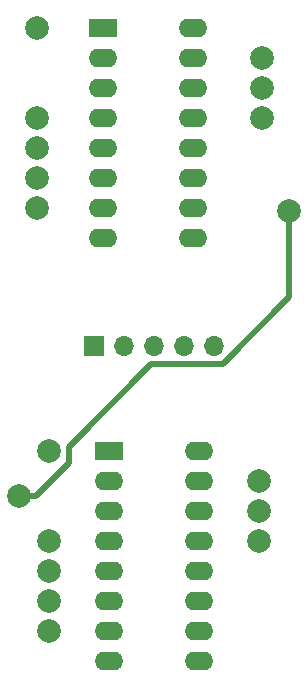
<source format=gbr>
G04 #@! TF.GenerationSoftware,KiCad,Pcbnew,5.1.5*
G04 #@! TF.CreationDate,2020-04-28T03:40:59+03:00*
G04 #@! TF.ProjectId,plikter,706c696b-7465-4722-9e6b-696361645f70,rev?*
G04 #@! TF.SameCoordinates,Original*
G04 #@! TF.FileFunction,Copper,L1,Top*
G04 #@! TF.FilePolarity,Positive*
%FSLAX45Y45*%
G04 Gerber Fmt 4.5, Leading zero omitted, Abs format (unit mm)*
G04 Created by KiCad (PCBNEW 5.1.5) date 2020-04-28 03:40:59*
%MOMM*%
%LPD*%
G04 APERTURE LIST*
%ADD10O,2.400000X1.600000*%
%ADD11R,2.400000X1.600000*%
%ADD12O,1.700000X1.700000*%
%ADD13R,1.700000X1.700000*%
%ADD14C,2.000000*%
%ADD15C,0.500000*%
G04 APERTURE END LIST*
D10*
X7822000Y-6198000D03*
X7060000Y-7976000D03*
X7822000Y-6452000D03*
X7060000Y-7722000D03*
X7822000Y-6706000D03*
X7060000Y-7468000D03*
X7822000Y-6960000D03*
X7060000Y-7214000D03*
X7822000Y-7214000D03*
X7060000Y-6960000D03*
X7822000Y-7468000D03*
X7060000Y-6706000D03*
X7822000Y-7722000D03*
X7060000Y-6452000D03*
X7822000Y-7976000D03*
D11*
X7060000Y-6198000D03*
D10*
X7874000Y-9779000D03*
X7112000Y-11557000D03*
X7874000Y-10033000D03*
X7112000Y-11303000D03*
X7874000Y-10287000D03*
X7112000Y-11049000D03*
X7874000Y-10541000D03*
X7112000Y-10795000D03*
X7874000Y-10795000D03*
X7112000Y-10541000D03*
X7874000Y-11049000D03*
X7112000Y-10287000D03*
X7874000Y-11303000D03*
X7112000Y-10033000D03*
X7874000Y-11557000D03*
D11*
X7112000Y-9779000D03*
D12*
X8001000Y-8890000D03*
X7747000Y-8890000D03*
X7493000Y-8890000D03*
X7239000Y-8890000D03*
D13*
X6985000Y-8890000D03*
D14*
X6502000Y-7722000D03*
X6604000Y-11303000D03*
X6502000Y-7468000D03*
X6604000Y-11049000D03*
X6502000Y-7214000D03*
X6604000Y-10795000D03*
X6502000Y-6960000D03*
X6604000Y-10541000D03*
X8407000Y-6960000D03*
X8382000Y-10541000D03*
X8407000Y-6706000D03*
X8382000Y-10287000D03*
X8407000Y-6452000D03*
X8382000Y-10033000D03*
X6502000Y-6198000D03*
X6604000Y-9779000D03*
X6350000Y-10160000D03*
X8636000Y-7747000D03*
D15*
X8636000Y-8477000D02*
X8636000Y-7747000D01*
X8073000Y-9040000D02*
X8636000Y-8477000D01*
X6491421Y-10160000D02*
X6769000Y-9882421D01*
X6350000Y-10160000D02*
X6491421Y-10160000D01*
X6769000Y-9882421D02*
X6769000Y-9741000D01*
X6769000Y-9741000D02*
X7470000Y-9040000D01*
X7470000Y-9040000D02*
X8073000Y-9040000D01*
M02*

</source>
